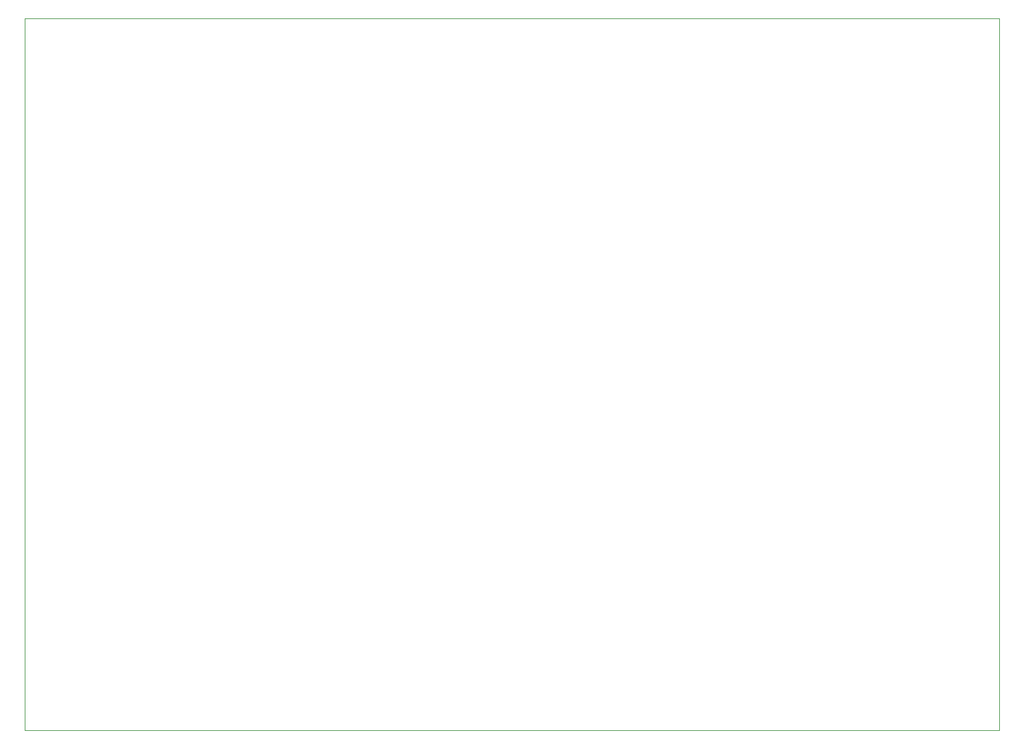
<source format=gbr>
%TF.GenerationSoftware,KiCad,Pcbnew,9.0.3*%
%TF.CreationDate,2025-09-28T13:54:29+02:00*%
%TF.ProjectId,PlantBreakoutBoard,506c616e-7442-4726-9561-6b6f7574426f,rev?*%
%TF.SameCoordinates,Original*%
%TF.FileFunction,Profile,NP*%
%FSLAX46Y46*%
G04 Gerber Fmt 4.6, Leading zero omitted, Abs format (unit mm)*
G04 Created by KiCad (PCBNEW 9.0.3) date 2025-09-28 13:54:29*
%MOMM*%
%LPD*%
G01*
G04 APERTURE LIST*
%TA.AperFunction,Profile*%
%ADD10C,0.050000*%
%TD*%
G04 APERTURE END LIST*
D10*
X60500000Y-31000000D02*
X190500000Y-31000000D01*
X190500000Y-126000000D01*
X60500000Y-126000000D01*
X60500000Y-31000000D01*
M02*

</source>
